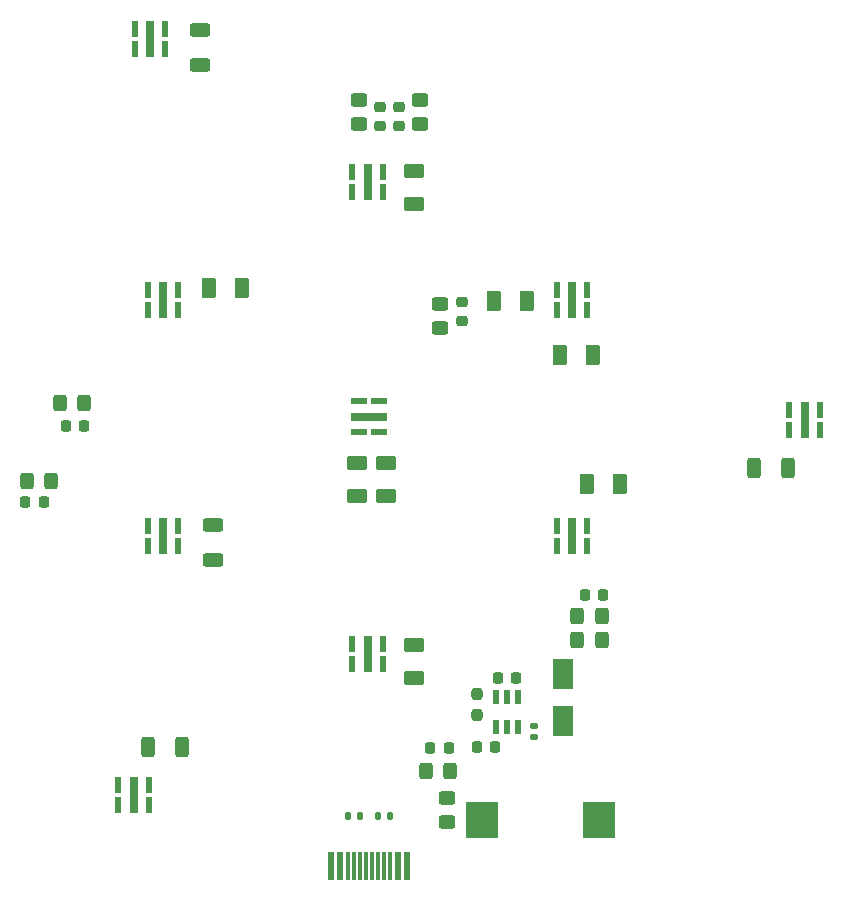
<source format=gbr>
%TF.GenerationSoftware,KiCad,Pcbnew,(6.0.10)*%
%TF.CreationDate,2023-09-07T19:24:17+02:00*%
%TF.ProjectId,Sterilization stick,53746572-696c-4697-9a61-74696f6e2073,rev?*%
%TF.SameCoordinates,Original*%
%TF.FileFunction,Paste,Top*%
%TF.FilePolarity,Positive*%
%FSLAX46Y46*%
G04 Gerber Fmt 4.6, Leading zero omitted, Abs format (unit mm)*
G04 Created by KiCad (PCBNEW (6.0.10)) date 2023-09-07 19:24:17*
%MOMM*%
%LPD*%
G01*
G04 APERTURE LIST*
G04 Aperture macros list*
%AMRoundRect*
0 Rectangle with rounded corners*
0 $1 Rounding radius*
0 $2 $3 $4 $5 $6 $7 $8 $9 X,Y pos of 4 corners*
0 Add a 4 corners polygon primitive as box body*
4,1,4,$2,$3,$4,$5,$6,$7,$8,$9,$2,$3,0*
0 Add four circle primitives for the rounded corners*
1,1,$1+$1,$2,$3*
1,1,$1+$1,$4,$5*
1,1,$1+$1,$6,$7*
1,1,$1+$1,$8,$9*
0 Add four rect primitives between the rounded corners*
20,1,$1+$1,$2,$3,$4,$5,0*
20,1,$1+$1,$4,$5,$6,$7,0*
20,1,$1+$1,$6,$7,$8,$9,0*
20,1,$1+$1,$8,$9,$2,$3,0*%
G04 Aperture macros list end*
%ADD10R,0.600000X1.150000*%
%ADD11R,0.530000X1.400000*%
%ADD12R,0.690000X3.100000*%
%ADD13RoundRect,0.218750X0.218750X0.256250X-0.218750X0.256250X-0.218750X-0.256250X0.218750X-0.256250X0*%
%ADD14RoundRect,0.250000X0.325000X0.450000X-0.325000X0.450000X-0.325000X-0.450000X0.325000X-0.450000X0*%
%ADD15R,0.600000X2.450000*%
%ADD16R,0.300000X2.450000*%
%ADD17RoundRect,0.147500X-0.172500X0.147500X-0.172500X-0.147500X0.172500X-0.147500X0.172500X0.147500X0*%
%ADD18R,2.800000X3.050000*%
%ADD19RoundRect,0.250000X-0.325000X-0.450000X0.325000X-0.450000X0.325000X0.450000X-0.325000X0.450000X0*%
%ADD20RoundRect,0.147500X-0.147500X-0.172500X0.147500X-0.172500X0.147500X0.172500X-0.147500X0.172500X0*%
%ADD21RoundRect,0.218750X-0.218750X-0.256250X0.218750X-0.256250X0.218750X0.256250X-0.218750X0.256250X0*%
%ADD22RoundRect,0.237500X0.237500X-0.250000X0.237500X0.250000X-0.237500X0.250000X-0.237500X-0.250000X0*%
%ADD23R,1.800000X2.500000*%
%ADD24RoundRect,0.250000X-0.375000X-0.625000X0.375000X-0.625000X0.375000X0.625000X-0.375000X0.625000X0*%
%ADD25RoundRect,0.250000X0.375000X0.625000X-0.375000X0.625000X-0.375000X-0.625000X0.375000X-0.625000X0*%
%ADD26RoundRect,0.250000X0.450000X-0.325000X0.450000X0.325000X-0.450000X0.325000X-0.450000X-0.325000X0*%
%ADD27RoundRect,0.218750X-0.256250X0.218750X-0.256250X-0.218750X0.256250X-0.218750X0.256250X0.218750X0*%
%ADD28RoundRect,0.250000X-0.450000X0.325000X-0.450000X-0.325000X0.450000X-0.325000X0.450000X0.325000X0*%
%ADD29RoundRect,0.218750X0.256250X-0.218750X0.256250X0.218750X-0.256250X0.218750X-0.256250X-0.218750X0*%
%ADD30RoundRect,0.250000X0.625000X-0.375000X0.625000X0.375000X-0.625000X0.375000X-0.625000X-0.375000X0*%
%ADD31R,1.400000X0.530000*%
%ADD32R,3.100000X0.690000*%
%ADD33RoundRect,0.250000X0.625000X-0.312500X0.625000X0.312500X-0.625000X0.312500X-0.625000X-0.312500X0*%
%ADD34RoundRect,0.250000X-0.312500X-0.625000X0.312500X-0.625000X0.312500X0.625000X-0.312500X0.625000X0*%
%ADD35RoundRect,0.250000X0.312500X0.625000X-0.312500X0.625000X-0.312500X-0.625000X0.312500X-0.625000X0*%
G04 APERTURE END LIST*
D10*
%TO.C,IC1*%
X170241000Y-127020000D03*
X169291000Y-127020000D03*
X168341000Y-127020000D03*
X168341000Y-129520000D03*
X169291000Y-129520000D03*
X170241000Y-129520000D03*
%TD*%
D11*
%TO.C,LED2*%
X173515552Y-92528076D03*
X176085552Y-92528076D03*
X173515552Y-94228076D03*
X176085552Y-94228076D03*
D12*
X174800552Y-93378076D03*
%TD*%
D13*
%TO.C,C1*%
X168300500Y-131191000D03*
X166725500Y-131191000D03*
%TD*%
D14*
%TO.C,C2*%
X164474000Y-133223000D03*
X162424000Y-133223000D03*
%TD*%
D15*
%TO.C,USB1*%
X154382000Y-141297000D03*
X155157000Y-141297000D03*
D16*
X155857000Y-141297000D03*
X156357000Y-141297000D03*
X156857000Y-141297000D03*
X157357000Y-141297000D03*
X157857000Y-141297000D03*
X158357000Y-141297000D03*
X158857000Y-141297000D03*
X159357000Y-141297000D03*
D15*
X160057000Y-141297000D03*
X160832000Y-141297000D03*
%TD*%
D17*
%TO.C,R1*%
X171577000Y-129436000D03*
X171577000Y-130406000D03*
%TD*%
D18*
%TO.C,L1*%
X167135000Y-137414000D03*
X177035000Y-137414000D03*
%TD*%
D19*
%TO.C,C3*%
X175251000Y-120142000D03*
X177301000Y-120142000D03*
%TD*%
D20*
%TO.C,R3*%
X158392000Y-137046000D03*
X159362000Y-137046000D03*
%TD*%
D21*
%TO.C,C5*%
X175869500Y-118364000D03*
X177444500Y-118364000D03*
%TD*%
D19*
%TO.C,C4*%
X175251000Y-122174000D03*
X177301000Y-122174000D03*
%TD*%
D22*
%TO.C,R5*%
X166751000Y-128547500D03*
X166751000Y-126722500D03*
%TD*%
D20*
%TO.C,R2*%
X155852000Y-137046000D03*
X156822000Y-137046000D03*
%TD*%
D23*
%TO.C,D1*%
X173990000Y-125000000D03*
X173990000Y-129000000D03*
%TD*%
D24*
%TO.C,R6*%
X168145000Y-93472000D03*
X170945000Y-93472000D03*
%TD*%
D25*
%TO.C,R10*%
X176533000Y-98044000D03*
X173733000Y-98044000D03*
%TD*%
D21*
%TO.C,R4*%
X168503500Y-125349000D03*
X170078500Y-125349000D03*
%TD*%
%TO.C,C7*%
X128498500Y-110490000D03*
X130073500Y-110490000D03*
%TD*%
D26*
%TO.C,C8*%
X164211000Y-137550000D03*
X164211000Y-135500000D03*
%TD*%
D19*
%TO.C,C9*%
X128642000Y-108712000D03*
X130692000Y-108712000D03*
%TD*%
D27*
%TO.C,C10*%
X165481000Y-93573500D03*
X165481000Y-95148500D03*
%TD*%
D28*
%TO.C,C11*%
X163576000Y-93717000D03*
X163576000Y-95767000D03*
%TD*%
D26*
%TO.C,C12*%
X161925000Y-78495000D03*
X161925000Y-76445000D03*
%TD*%
D29*
%TO.C,C13*%
X158496000Y-78638500D03*
X158496000Y-77063500D03*
%TD*%
D14*
%TO.C,C14*%
X133486000Y-102108000D03*
X131436000Y-102108000D03*
%TD*%
D29*
%TO.C,C15*%
X160147000Y-78638500D03*
X160147000Y-77063500D03*
%TD*%
D26*
%TO.C,C16*%
X156718000Y-78495000D03*
X156718000Y-76445000D03*
%TD*%
D13*
%TO.C,C17*%
X133502500Y-104013000D03*
X131927500Y-104013000D03*
%TD*%
%TO.C,C6*%
X164363500Y-131318000D03*
X162788500Y-131318000D03*
%TD*%
D11*
%TO.C,LED1*%
X176085465Y-114228076D03*
X173515465Y-114228076D03*
X176085465Y-112528076D03*
X173515465Y-112528076D03*
D12*
X174800465Y-113378076D03*
%TD*%
D25*
%TO.C,R27*%
X178819000Y-108966000D03*
X176019000Y-108966000D03*
%TD*%
D11*
%TO.C,LED4*%
X141444536Y-94227924D03*
X138874536Y-94227924D03*
X141444536Y-92527924D03*
X138874536Y-92527924D03*
D12*
X140159536Y-93377924D03*
%TD*%
D25*
%TO.C,R31*%
X146815000Y-92329000D03*
X144015000Y-92329000D03*
%TD*%
D30*
%TO.C,R30*%
X161417000Y-85220000D03*
X161417000Y-82420000D03*
%TD*%
D11*
%TO.C,LED3*%
X158765088Y-84228000D03*
X156195088Y-84228000D03*
X158765088Y-82528000D03*
X156195088Y-82528000D03*
D12*
X157480088Y-83378000D03*
%TD*%
D11*
%TO.C,LED6*%
X158764913Y-124228000D03*
X156194913Y-124228000D03*
X158764913Y-122528000D03*
X156194913Y-122528000D03*
D12*
X157479913Y-123378000D03*
%TD*%
D31*
%TO.C,LED7*%
X156757000Y-104536000D03*
X156757000Y-101966000D03*
X158457000Y-104536000D03*
X158457000Y-101966000D03*
D32*
X157607000Y-103251000D03*
%TD*%
D30*
%TO.C,R33*%
X156591000Y-109985000D03*
X156591000Y-107185000D03*
%TD*%
%TO.C,R34*%
X161417000Y-125352000D03*
X161417000Y-122552000D03*
%TD*%
%TO.C,R35*%
X159004000Y-109985000D03*
X159004000Y-107185000D03*
%TD*%
D33*
%TO.C,R7*%
X144399000Y-115381500D03*
X144399000Y-112456500D03*
%TD*%
D11*
%TO.C,LED8*%
X138953000Y-136105000D03*
X136383000Y-136105000D03*
X138953000Y-134405000D03*
X136383000Y-134405000D03*
D12*
X137668000Y-135255000D03*
%TD*%
D34*
%TO.C,R11*%
X190180500Y-107569000D03*
X193105500Y-107569000D03*
%TD*%
D33*
%TO.C,R9*%
X143256000Y-73471500D03*
X143256000Y-70546500D03*
%TD*%
D11*
%TO.C,LED5*%
X141444448Y-114227924D03*
X138874448Y-114227924D03*
X141444448Y-112527924D03*
X138874448Y-112527924D03*
D12*
X140159448Y-113377924D03*
%TD*%
D35*
%TO.C,R8*%
X141797500Y-131191000D03*
X138872500Y-131191000D03*
%TD*%
D11*
%TO.C,LED10*%
X193195000Y-102655000D03*
X195765000Y-102655000D03*
X193195000Y-104355000D03*
X195765000Y-104355000D03*
D12*
X194480000Y-103505000D03*
%TD*%
D11*
%TO.C,LED9*%
X140319282Y-72153645D03*
X137749282Y-72153645D03*
X140319282Y-70453645D03*
X137749282Y-70453645D03*
D12*
X139034282Y-71303645D03*
%TD*%
M02*

</source>
